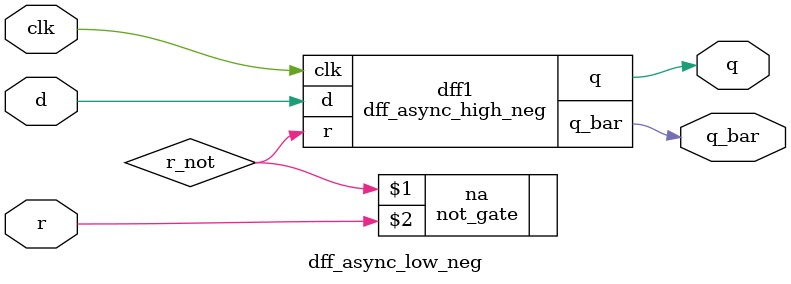
<source format=v>
module dff_async_high_neg(q, q_bar, d, r, clk);

    output q, q_bar;
    input d, r, clk;

    wire clk_not;

    not_gate na(clk_not, clk);

    dff_async_high_positive as(q, q_bar, d, r, clk_not);
endmodule

module dff_async_low_neg(q, q_bar, d, r, clk);

    output q, q_bar;
    input d, r, clk;

    wire r_not;

    not_gate na(r_not, r);
    dff_async_high_neg dff1(q, q_bar, d, r_not, clk);
endmodule
</source>
